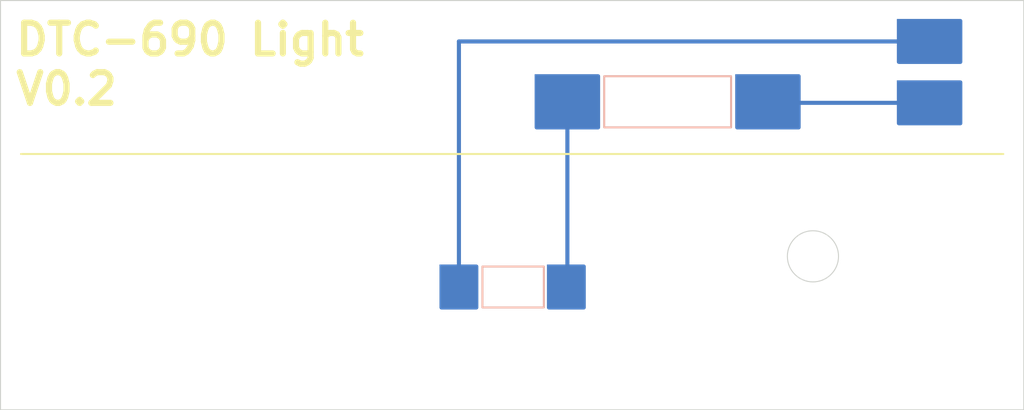
<source format=kicad_pcb>
(kicad_pcb
	(version 20240108)
	(generator "pcbnew")
	(generator_version "8.0")
	(general
		(thickness 1.6)
		(legacy_teardrops no)
	)
	(paper "A4")
	(title_block
		(title "DTC-690 Light")
		(date "2024-10-23")
		(rev "0.2")
	)
	(layers
		(0 "F.Cu" signal)
		(31 "B.Cu" signal)
		(36 "B.SilkS" user "B.Silkscreen")
		(37 "F.SilkS" user "F.Silkscreen")
		(38 "B.Mask" user)
		(39 "F.Mask" user)
		(40 "Dwgs.User" user "User.Drawings")
		(44 "Edge.Cuts" user)
		(45 "Margin" user)
		(46 "B.CrtYd" user "B.Courtyard")
		(47 "F.CrtYd" user "F.Courtyard")
		(48 "B.Fab" user)
		(49 "F.Fab" user)
		(50 "User.1" user)
		(51 "User.2" user)
		(52 "User.3" user)
		(53 "User.4" user)
		(54 "User.5" user)
		(55 "User.6" user)
		(56 "User.7" user)
		(57 "User.8" user)
		(58 "User.9" user)
	)
	(setup
		(stackup
			(layer "F.SilkS"
				(type "Top Silk Screen")
			)
			(layer "F.Mask"
				(type "Top Solder Mask")
				(thickness 0.01)
			)
			(layer "F.Cu"
				(type "copper")
				(thickness 0.035)
			)
			(layer "dielectric 1"
				(type "core")
				(thickness 1.51)
				(material "FR4")
				(epsilon_r 4.5)
				(loss_tangent 0.02)
			)
			(layer "B.Cu"
				(type "copper")
				(thickness 0.035)
			)
			(layer "B.Mask"
				(type "Bottom Solder Mask")
				(thickness 0.01)
			)
			(layer "B.SilkS"
				(type "Bottom Silk Screen")
			)
			(copper_finish "None")
			(dielectric_constraints no)
		)
		(pad_to_mask_clearance 0)
		(allow_soldermask_bridges_in_footprints no)
		(pcbplotparams
			(layerselection 0x00010f0_ffffffff)
			(plot_on_all_layers_selection 0x0000000_00000000)
			(disableapertmacros no)
			(usegerberextensions no)
			(usegerberattributes yes)
			(usegerberadvancedattributes yes)
			(creategerberjobfile yes)
			(dashed_line_dash_ratio 12.000000)
			(dashed_line_gap_ratio 3.000000)
			(svgprecision 4)
			(plotframeref no)
			(viasonmask no)
			(mode 1)
			(useauxorigin no)
			(hpglpennumber 1)
			(hpglpenspeed 20)
			(hpglpendiameter 15.000000)
			(pdf_front_fp_property_popups yes)
			(pdf_back_fp_property_popups yes)
			(dxfpolygonmode yes)
			(dxfimperialunits yes)
			(dxfusepcbnewfont yes)
			(psnegative no)
			(psa4output no)
			(plotreference yes)
			(plotvalue yes)
			(plotfptext yes)
			(plotinvisibletext no)
			(sketchpadsonfab no)
			(subtractmaskfromsilk no)
			(outputformat 1)
			(mirror no)
			(drillshape 0)
			(scaleselection 1)
			(outputdirectory "Fabrication/")
		)
	)
	(net 0 "")
	(gr_rect
		(start 91.2 83.7)
		(end 94.2 86.2)
		(stroke
			(width 0.2)
			(type solid)
		)
		(fill solid)
		(layer "B.Cu")
		(uuid "01c1fbd0-2f1b-405c-9074-000850fcadbf")
	)
	(gr_rect
		(start 108.9 81)
		(end 111.9 83)
		(stroke
			(width 0.2)
			(type solid)
		)
		(fill solid)
		(layer "B.Cu")
		(uuid "069157fd-83d4-4df1-90bd-e893b361f2ba")
	)
	(gr_line
		(start 92.7 85.15)
		(end 92.7 94.05)
		(stroke
			(width 0.2)
			(type default)
		)
		(layer "B.Cu")
		(uuid "0dcdd713-720b-4c5e-afcb-49037d165d92")
	)
	(gr_rect
		(start 101 83.7)
		(end 104 86.2)
		(stroke
			(width 0.2)
			(type solid)
		)
		(fill solid)
		(layer "B.Cu")
		(uuid "1d31fada-6e8d-4302-aa21-10d6355f58c6")
	)
	(gr_rect
		(start 86.55 93)
		(end 88.25 95)
		(stroke
			(width 0.2)
			(type solid)
		)
		(fill solid)
		(layer "B.Cu")
		(uuid "389e9543-e9db-4535-a74b-997a3aaf265d")
	)
	(gr_rect
		(start 91.8 93)
		(end 93.5 95)
		(stroke
			(width 0.2)
			(type solid)
		)
		(fill solid)
		(layer "B.Cu")
		(uuid "48596eaf-b802-4ea1-b8e3-f2fee9cf057a")
	)
	(gr_line
		(start 103.1 85)
		(end 110.35 85)
		(stroke
			(width 0.2)
			(type default)
		)
		(layer "B.Cu")
		(uuid "5fb9742f-f68f-4bbf-b4fe-1db67eae3e15")
	)
	(gr_line
		(start 87.4 82)
		(end 110.5 82)
		(stroke
			(width 0.2)
			(type default)
		)
		(layer "B.Cu")
		(uuid "77373b1e-ab01-4d13-85c8-6f6283d1ca7c")
	)
	(gr_line
		(start 87.4 82)
		(end 87.4 94.05)
		(stroke
			(width 0.2)
			(type default)
		)
		(layer "B.Cu")
		(uuid "8f8a53f2-7d0b-44bf-8a55-dbf30c91c55d")
	)
	(gr_rect
		(start 108.9 84)
		(end 111.9 86)
		(stroke
			(width 0.2)
			(type solid)
		)
		(fill solid)
		(layer "B.Cu")
		(uuid "ad8f92b3-c468-462c-af3f-65296ebfe933")
	)
	(gr_rect
		(start 88.55 93)
		(end 91.55 95)
		(stroke
			(width 0.1)
			(type default)
		)
		(fill none)
		(layer "B.SilkS")
		(uuid "707f92da-3269-4cdc-921a-b6ec96a4ff3b")
	)
	(gr_rect
		(start 94.5 83.7)
		(end 100.7 86.2)
		(stroke
			(width 0.1)
			(type default)
		)
		(fill none)
		(layer "B.SilkS")
		(uuid "d693697a-6e1a-4a17-89e7-12f1431d4408")
	)
	(gr_line
		(start 66 87.5)
		(end 114 87.5)
		(stroke
			(width 0.1)
			(type default)
		)
		(layer "F.SilkS")
		(uuid "0560e75a-d3c9-4a37-87be-f2a6718efb50")
	)
	(gr_rect
		(start 91.2 83.7)
		(end 94.2 86.2)
		(stroke
			(width 0.2)
			(type solid)
		)
		(fill solid)
		(layer "B.Mask")
		(uuid "377076dc-5811-43cc-9d9a-4c6fe03f69dd")
	)
	(gr_rect
		(start 108.9 84)
		(end 111.9 86)
		(stroke
			(width 0.2)
			(type solid)
		)
		(fill solid)
		(layer "B.Mask")
		(uuid "b88ab7e1-ece6-43c4-8af5-7fec56d48973")
	)
	(gr_rect
		(start 108.9 81)
		(end 111.9 83)
		(stroke
			(width 0.2)
			(type solid)
		)
		(fill solid)
		(layer "B.Mask")
		(uuid "e0d33a51-1edf-4a3a-9ecc-9d8b31b5029d")
	)
	(gr_rect
		(start 101 83.7)
		(end 104 86.2)
		(stroke
			(width 0.2)
			(type solid)
		)
		(fill solid)
		(layer "B.Mask")
		(uuid "fc29675b-ba62-4c3e-bc18-e4d5ca8405bf")
	)
	(gr_rect
		(start 65 80)
		(end 115 100)
		(stroke
			(width 0.05)
			(type default)
		)
		(fill none)
		(layer "Edge.Cuts")
		(uuid "9a9cc29d-e3e7-41df-a4b8-84b629f561b3")
	)
	(gr_circle
		(center 104.7 92.5)
		(end 105.95 92.5)
		(stroke
			(width 0.05)
			(type default)
		)
		(fill none)
		(layer "Edge.Cuts")
		(uuid "db000f2d-0626-4328-8eb3-6c3c6a645491")
	)
	(gr_text "DTC-690 Light\nV0.2"
		(at 65.6 85.2 0)
		(layer "F.SilkS")
		(uuid "ffac32a1-7096-4c38-b289-0c7c0ac96997")
		(effects
			(font
				(size 1.5 1.5)
				(thickness 0.3)
				(bold yes)
			)
			(justify left bottom)
		)
	)
)

</source>
